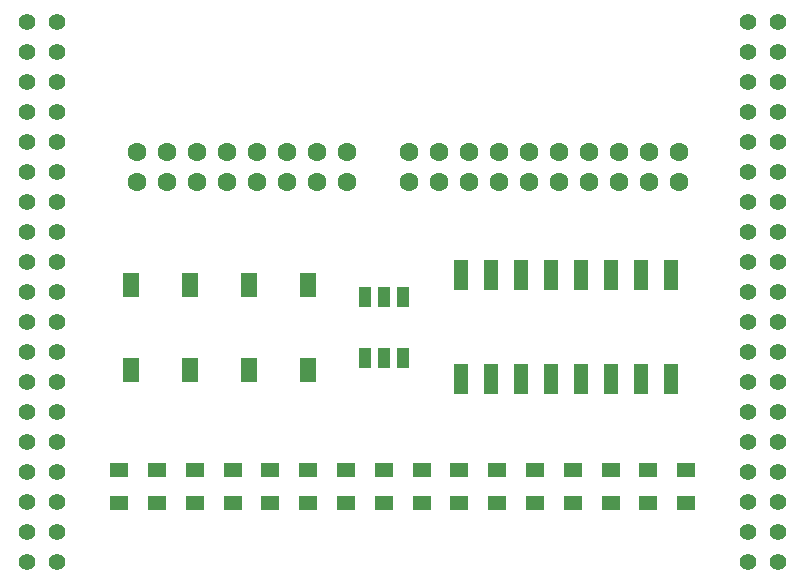
<source format=gts>
G04 #@! TF.GenerationSoftware,KiCad,Pcbnew,(5.1.9)-1*
G04 #@! TF.CreationDate,2021-09-15T15:10:51+02:00*
G04 #@! TF.ProjectId,Shield-IO,53686965-6c64-42d4-994f-2e6b69636164,rev?*
G04 #@! TF.SameCoordinates,PXd59f80PYd59f80*
G04 #@! TF.FileFunction,Soldermask,Top*
G04 #@! TF.FilePolarity,Negative*
%FSLAX46Y46*%
G04 Gerber Fmt 4.6, Leading zero omitted, Abs format (unit mm)*
G04 Created by KiCad (PCBNEW (5.1.9)-1) date 2021-09-15 15:10:51*
%MOMM*%
%LPD*%
G01*
G04 APERTURE LIST*
%ADD10R,1.600000X1.200000*%
%ADD11R,1.000000X1.700000*%
%ADD12C,1.400000*%
%ADD13C,1.600000*%
%ADD14R,1.200000X2.500000*%
%ADD15R,1.400000X2.000000*%
G04 APERTURE END LIST*
D10*
X59000000Y-41100000D03*
X59000000Y-43900000D03*
X55800000Y-41100000D03*
X55800000Y-43900000D03*
X52600000Y-41100000D03*
X52600000Y-43900000D03*
X49400000Y-41100000D03*
X49400000Y-43900000D03*
X46200000Y-41100000D03*
X46200000Y-43900000D03*
X43000000Y-41100000D03*
X43000000Y-43900000D03*
X39800000Y-41100000D03*
X39800000Y-43900000D03*
X36600000Y-41100000D03*
X36600000Y-43900000D03*
X33400000Y-41100000D03*
X33400000Y-43900000D03*
X30200000Y-41100000D03*
X30200000Y-43900000D03*
X27000000Y-41100000D03*
X27000000Y-43900000D03*
X23800000Y-41100000D03*
X23800000Y-43900000D03*
X20600000Y-41100000D03*
X20600000Y-43900000D03*
X17400000Y-41100000D03*
X17400000Y-43900000D03*
X14200000Y-41100000D03*
X14200000Y-43900000D03*
X11000000Y-41100000D03*
X11000000Y-43900000D03*
D11*
X33400000Y-31600000D03*
X33400000Y-26400000D03*
X31800000Y-31600000D03*
X35000000Y-31600000D03*
X31800000Y-26400000D03*
X35000000Y-26400000D03*
D12*
X3230000Y-36160000D03*
X5770000Y-38700000D03*
X3230000Y-41240000D03*
X5770000Y-36160000D03*
X3230000Y-38700000D03*
X5770000Y-43780000D03*
X3230000Y-46320000D03*
X5770000Y-46320000D03*
X3230000Y-48860000D03*
X3230000Y-43780000D03*
X5770000Y-48860000D03*
X5770000Y-41240000D03*
X3230000Y-8220000D03*
X5770000Y-5680000D03*
X3230000Y-5680000D03*
X5770000Y-15840000D03*
X5770000Y-31080000D03*
X5770000Y-3140000D03*
X3230000Y-23460000D03*
X3230000Y-18380000D03*
X3230000Y-3140000D03*
X5770000Y-28540000D03*
X3230000Y-15840000D03*
X5770000Y-13300000D03*
X5770000Y-8220000D03*
X5770000Y-20920000D03*
X3230000Y-13300000D03*
X3230000Y-33620000D03*
X3230000Y-31080000D03*
X3230000Y-28540000D03*
X5770000Y-23460000D03*
X5770000Y-10760000D03*
X5770000Y-33620000D03*
X5770000Y-26000000D03*
X3230000Y-26000000D03*
X3230000Y-20920000D03*
X5770000Y-18380000D03*
X3230000Y-10760000D03*
X64230000Y-36160000D03*
X66770000Y-38700000D03*
X64230000Y-41240000D03*
X66770000Y-36160000D03*
X64230000Y-38700000D03*
X66770000Y-43780000D03*
X64230000Y-46320000D03*
X66770000Y-46320000D03*
X64230000Y-48860000D03*
X64230000Y-43780000D03*
X66770000Y-48860000D03*
X66770000Y-41240000D03*
X64230000Y-8220000D03*
X66770000Y-5680000D03*
X64230000Y-5680000D03*
X66770000Y-15840000D03*
X66770000Y-31080000D03*
X66770000Y-3140000D03*
X64230000Y-23460000D03*
X64230000Y-18380000D03*
X64230000Y-3140000D03*
X66770000Y-28540000D03*
X64230000Y-15840000D03*
X66770000Y-13300000D03*
X66770000Y-8220000D03*
X66770000Y-20920000D03*
X64230000Y-13300000D03*
X64230000Y-33620000D03*
X64230000Y-31080000D03*
X64230000Y-28540000D03*
X66770000Y-23460000D03*
X66770000Y-10760000D03*
X66770000Y-33620000D03*
X66770000Y-26000000D03*
X64230000Y-26000000D03*
X64230000Y-20920000D03*
X66770000Y-18380000D03*
X64230000Y-10760000D03*
D13*
X20130000Y-14130000D03*
X30290000Y-14130000D03*
X27750000Y-14130000D03*
X15050000Y-14130000D03*
X12510000Y-14130000D03*
X25210000Y-14130000D03*
X22670000Y-14130000D03*
X17590000Y-14130000D03*
X12510000Y-16670000D03*
X15050000Y-16670000D03*
X17590000Y-16670000D03*
X20130000Y-16670000D03*
X22670000Y-16670000D03*
X25210000Y-16670000D03*
X27750000Y-16670000D03*
X30290000Y-16670000D03*
X43190000Y-14130000D03*
X53350000Y-14130000D03*
X50810000Y-14130000D03*
X38110000Y-14130000D03*
X55890000Y-14130000D03*
X35570000Y-14130000D03*
X48270000Y-14130000D03*
X45730000Y-14130000D03*
X58430000Y-14130000D03*
X40650000Y-14130000D03*
X55890000Y-16670000D03*
X58430000Y-16670000D03*
X35570000Y-16670000D03*
X38110000Y-16670000D03*
X40650000Y-16670000D03*
X43190000Y-16670000D03*
X45730000Y-16670000D03*
X48270000Y-16670000D03*
X50810000Y-16670000D03*
X53350000Y-16670000D03*
D14*
X57690000Y-33407000D03*
X57690000Y-24593000D03*
X55150000Y-33407000D03*
X55150000Y-24593000D03*
X52610000Y-24593000D03*
X52610000Y-33407000D03*
X50070000Y-24593000D03*
X50070000Y-33407000D03*
X44990000Y-24593000D03*
X44990000Y-33407000D03*
X42450000Y-24593000D03*
X42450000Y-33407000D03*
X47530000Y-33407000D03*
X47530000Y-24593000D03*
X39910000Y-24593000D03*
X39910000Y-33407000D03*
D15*
X27000000Y-32600000D03*
X27000000Y-25400000D03*
X22000000Y-32600000D03*
X22000000Y-25400000D03*
X17000000Y-32600000D03*
X17000000Y-25400000D03*
X12000000Y-32600000D03*
X12000000Y-25400000D03*
M02*

</source>
